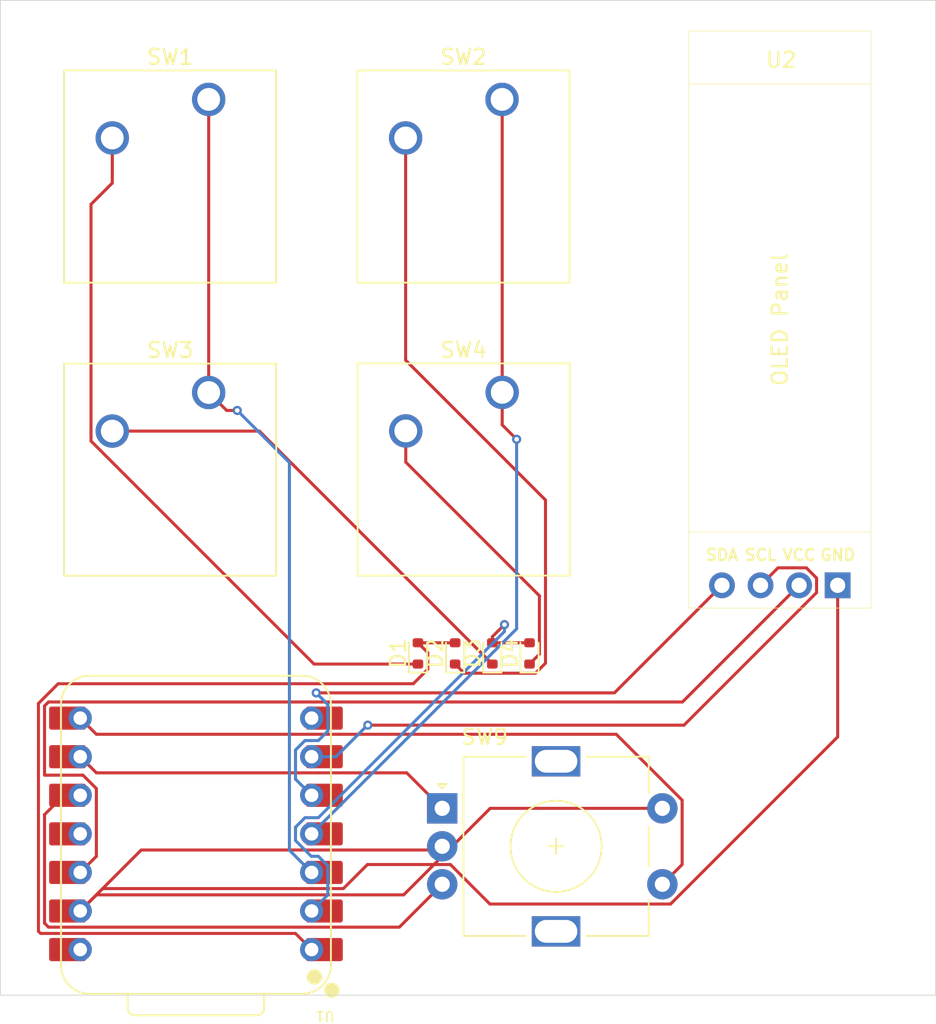
<source format=kicad_pcb>
(kicad_pcb (version 20241229) (generator "pcbnew") (generator_version "9.0")
  (layers (0 "F.Cu" signal) (2 "B.Cu" signal) (13 "F.Paste" user) (15 "B.Paste" user) (5 "F.SilkS" user "F.Silkscreen") (7 "B.SilkS" user "B.Silkscreen") (1 "F.Mask" user) (3 "B.Mask" user) (25 "Edge.Cuts" user))
  (net 0 "")
  (net 1 "Net-(D1-A)")
  (net 2 "Net-(D1-K)")
  (net 3 "Net-(D2-K)")
  (net 4 "Net-(D3-A)")
  (net 5 "Net-(D3-K)")
  (net 6 "Net-(D4-K)")
  (net 7 "Net-(U1-GPIO28{slash}ADC2{slash}A2)")
  (net 8 "Net-(U1-GPIO29{slash}ADC3{slash}A3)")
  (net 9 "Net-(U1-GPIO1{slash}RX)")
  (net 10 "Net-(U1-GPIO2{slash}SCK)")
  (net 11 "Net-(U1-GND)")
  (net 12 "Net-(U1-GPIO4{slash}MISO)")
  (net 13 "Net-(U1-GPIO6{slash}SDA)")
  (net 14 "Net-(U1-3V3)")
  (net 15 "Net-(U1-GPIO7{slash}SCL)")
  (footprint "Diode_SMD:D_SOD-523" (layer "F.Cu") (at 117 90.2 90)
    (property "Reference" "D1" (at 0 -1.3 90) (layer "F.SilkS"))
    (property "Value" "1N4148WT")
    (fp_line (start 0.7 -0.6) (end -1.26 -0.6) (stroke (width 0.12)) (layer "F.SilkS"))
    (fp_line (start -1.26 -0.6) (end -1.26 0.6) (stroke (width 0.12)) (layer "F.SilkS"))
    (fp_line (start 0.7 0.6) (end -1.26 0.6) (stroke (width 0.12)) (layer "F.SilkS"))
    (pad "1" smd roundrect (at -0.7 0 270) (size 0.6 0.7) (layers "F.Cu" "F.Mask" "F.Paste") (net 2 "Net-(D1-K)"))
    (pad "2" smd roundrect (at 0.7 0 270) (size 0.6 0.7) (layers "F.Cu" "F.Mask" "F.Paste") (net 1 "Net-(D1-A)"))
  )
  (footprint "Diode_SMD:D_SOD-523" (layer "F.Cu") (at 119.45 90.2 90)
    (property "Reference" "D2" (at 0 -1.3 90) (layer "F.SilkS"))
    (property "Value" "1N4148")
    (fp_line (start 0.7 -0.6) (end -1.26 -0.6) (stroke (width 0.12)) (layer "F.SilkS"))
    (fp_line (start -1.26 -0.6) (end -1.26 0.6) (stroke (width 0.12)) (layer "F.SilkS"))
    (fp_line (start 0.7 0.6) (end -1.26 0.6) (stroke (width 0.12)) (layer "F.SilkS"))
    (pad "1" smd roundrect (at -0.7 0 270) (size 0.6 0.7) (layers "F.Cu" "F.Mask" "F.Paste") (net 3 "Net-(D2-K)"))
    (pad "2" smd roundrect (at 0.7 0 270) (size 0.6 0.7) (layers "F.Cu" "F.Mask" "F.Paste") (net 1 "Net-(D1-A)"))
  )
  (footprint "Button_Switch_Keyboard:SW_Cherry_MX_1.00u_PCB" (layer "F.Cu") (at 103.22 53.72)
    (property "Reference" "SW1" (at -2.54 -2.794 0) (layer "F.SilkS"))
    (property "Value" "SW_Push")
    (fp_line (start -9.525 -1.905) (end 4.445 -1.905) (stroke (width 0.12)) (layer "F.SilkS"))
    (fp_line (start -9.525 12.065) (end -9.525 -1.905) (stroke (width 0.12)) (layer "F.SilkS"))
    (fp_line (start 4.445 -1.905) (end 4.445 12.065) (stroke (width 0.12)) (layer "F.SilkS"))
    (fp_line (start 4.445 12.065) (end -9.525 12.065) (stroke (width 0.12)) (layer "F.SilkS"))
    (pad "" np_thru_hole circle (at -7.62 5.08) (size 1.7 1.7) (drill 1.7) (layers "*.Cu" "*.Mask"))
    (pad "" np_thru_hole circle (at -2.54 5.08) (size 4 4) (drill 4) (layers "*.Cu" "*.Mask"))
    (pad "" np_thru_hole circle (at 2.54 5.08) (size 1.7 1.7) (drill 1.7) (layers "*.Cu" "*.Mask"))
    (pad "1" thru_hole circle (at 0 0) (size 2.2 2.2) (drill 1.5) (layers "*.Cu" "*.Mask") (net 7 "Net-(U1-GPIO28{slash}ADC2{slash}A2)"))
    (pad "2" thru_hole circle (at -6.35 2.54) (size 2.2 2.2) (drill 1.5) (layers "*.Cu" "*.Mask") (net 2 "Net-(D1-K)"))
  )
  (footprint "Button_Switch_Keyboard:SW_Cherry_MX_1.00u_PCB" (layer "F.Cu") (at 103.22 73.02)
    (property "Reference" "SW3" (at -2.54 -2.794 0) (layer "F.SilkS"))
    (property "Value" "SW_Push")
    (fp_line (start -9.525 -1.905) (end 4.445 -1.905) (stroke (width 0.12)) (layer "F.SilkS"))
    (fp_line (start -9.525 12.065) (end -9.525 -1.905) (stroke (width 0.12)) (layer "F.SilkS"))
    (fp_line (start 4.445 -1.905) (end 4.445 12.065) (stroke (width 0.12)) (layer "F.SilkS"))
    (fp_line (start 4.445 12.065) (end -9.525 12.065) (stroke (width 0.12)) (layer "F.SilkS"))
    (pad "" np_thru_hole circle (at -7.62 5.08) (size 1.7 1.7) (drill 1.7) (layers "*.Cu" "*.Mask"))
    (pad "" np_thru_hole circle (at -2.54 5.08) (size 4 4) (drill 4) (layers "*.Cu" "*.Mask"))
    (pad "" np_thru_hole circle (at 2.54 5.08) (size 1.7 1.7) (drill 1.7) (layers "*.Cu" "*.Mask"))
    (pad "1" thru_hole circle (at 0 0) (size 2.2 2.2) (drill 1.5) (layers "*.Cu" "*.Mask") (net 7 "Net-(U1-GPIO28{slash}ADC2{slash}A2)"))
    (pad "2" thru_hole circle (at -6.35 2.54) (size 2.2 2.2) (drill 1.5) (layers "*.Cu" "*.Mask") (net 5 "Net-(D3-K)"))
  )
  (footprint "Diode_SMD:D_SOD-523" (layer "F.Cu") (at 124.35 90.2 90)
    (property "Reference" "D4" (at 0 -1.3 90) (layer "F.SilkS"))
    (property "Value" "1N4148")
    (fp_line (start 0.7 -0.6) (end -1.26 -0.6) (stroke (width 0.12)) (layer "F.SilkS"))
    (fp_line (start -1.26 -0.6) (end -1.26 0.6) (stroke (width 0.12)) (layer "F.SilkS"))
    (fp_line (start 0.7 0.6) (end -1.26 0.6) (stroke (width 0.12)) (layer "F.SilkS"))
    (pad "1" smd roundrect (at -0.7 0 270) (size 0.6 0.7) (layers "F.Cu" "F.Mask" "F.Paste") (net 6 "Net-(D4-K)"))
    (pad "2" smd roundrect (at 0.7 0 270) (size 0.6 0.7) (layers "F.Cu" "F.Mask" "F.Paste") (net 4 "Net-(D3-A)"))
  )
  (footprint "Button_Switch_Keyboard:SW_Cherry_MX_1.00u_PCB" (layer "F.Cu") (at 122.55 73.01)
    (property "Reference" "SW4" (at -2.54 -2.794 0) (layer "F.SilkS"))
    (property "Value" "SW_Push")
    (fp_line (start -9.525 -1.905) (end 4.445 -1.905) (stroke (width 0.12)) (layer "F.SilkS"))
    (fp_line (start -9.525 12.065) (end -9.525 -1.905) (stroke (width 0.12)) (layer "F.SilkS"))
    (fp_line (start 4.445 -1.905) (end 4.445 12.065) (stroke (width 0.12)) (layer "F.SilkS"))
    (fp_line (start 4.445 12.065) (end -9.525 12.065) (stroke (width 0.12)) (layer "F.SilkS"))
    (pad "" np_thru_hole circle (at -7.62 5.08) (size 1.7 1.7) (drill 1.7) (layers "*.Cu" "*.Mask"))
    (pad "" np_thru_hole circle (at -2.54 5.08) (size 4 4) (drill 4) (layers "*.Cu" "*.Mask"))
    (pad "" np_thru_hole circle (at 2.54 5.08) (size 1.7 1.7) (drill 1.7) (layers "*.Cu" "*.Mask"))
    (pad "1" thru_hole circle (at 0 0) (size 2.2 2.2) (drill 1.5) (layers "*.Cu" "*.Mask") (net 8 "Net-(U1-GPIO29{slash}ADC3{slash}A3)"))
    (pad "2" thru_hole circle (at -6.35 2.54) (size 2.2 2.2) (drill 1.5) (layers "*.Cu" "*.Mask") (net 6 "Net-(D4-K)"))
  )
  (footprint "Diode_SMD:D_SOD-523" (layer "F.Cu") (at 121.9 90.2 90)
    (property "Reference" "D3" (at 0 -1.3 90) (layer "F.SilkS"))
    (property "Value" "1N4148WT")
    (fp_line (start 0.7 -0.6) (end -1.26 -0.6) (stroke (width 0.12)) (layer "F.SilkS"))
    (fp_line (start -1.26 -0.6) (end -1.26 0.6) (stroke (width 0.12)) (layer "F.SilkS"))
    (fp_line (start 0.7 0.6) (end -1.26 0.6) (stroke (width 0.12)) (layer "F.SilkS"))
    (pad "1" smd roundrect (at -0.7 0 270) (size 0.6 0.7) (layers "F.Cu" "F.Mask" "F.Paste") (net 5 "Net-(D3-K)"))
    (pad "2" smd roundrect (at 0.7 0 270) (size 0.6 0.7) (layers "F.Cu" "F.Mask" "F.Paste") (net 4 "Net-(D3-A)"))
  )
  (footprint "Rotary_Encoder:RotaryEncoder_Alps_EC11E-Switch_Vertical_H20mm" (layer "F.Cu") (at 118.6 100.4)
    (property "Reference" "SW9" (at 2.8 -4.7 0) (layer "F.SilkS"))
    (property "Value" "RotaryEncoder_Switch")
    (fp_line (start -0.3 -1.6) (end 0.3 -1.6) (stroke (width 0.12)) (layer "F.SilkS"))
    (fp_line (start 0 -1.3) (end -0.3 -1.6) (stroke (width 0.12)) (layer "F.SilkS"))
    (fp_line (start 0.3 -1.6) (end 0 -1.3) (stroke (width 0.12)) (layer "F.SilkS"))
    (fp_line (start 1.4 -3.4) (end 1.4 8.4) (stroke (width 0.12)) (layer "F.SilkS"))
    (fp_line (start 5.5 -3.4) (end 1.4 -3.4) (stroke (width 0.12)) (layer "F.SilkS"))
    (fp_line (start 5.5 8.4) (end 1.4 8.4) (stroke (width 0.12)) (layer "F.SilkS"))
    (fp_line (start 7 2.5) (end 8 2.5) (stroke (width 0.12)) (layer "F.SilkS"))
    (fp_line (start 7.5 2) (end 7.5 3) (stroke (width 0.12)) (layer "F.SilkS"))
    (fp_line (start 9.5 -3.4) (end 13.6 -3.4) (stroke (width 0.12)) (layer "F.SilkS"))
    (fp_line (start 13.6 -3.4) (end 13.6 -1) (stroke (width 0.12)) (layer "F.SilkS"))
    (fp_line (start 13.6 1.2) (end 13.6 3.8) (stroke (width 0.12)) (layer "F.SilkS"))
    (fp_line (start 13.6 6) (end 13.6 8.4) (stroke (width 0.12)) (layer "F.SilkS"))
    (fp_line (start 13.6 8.4) (end 9.5 8.4) (stroke (width 0.12)) (layer "F.SilkS"))
    (fp_circle (center 7.5 2.5) (end 10.5 2.5) (stroke (width 0.12)) (fill no) (layer "F.SilkS"))
    (pad "A" thru_hole rect (at 0 0) (size 2 2) (drill 1) (layers "*.Cu" "*.Mask") (net 10 "Net-(U1-GPIO2{slash}SCK)"))
    (pad "B" thru_hole circle (at 0 5) (size 2 2) (drill 1) (layers "*.Cu" "*.Mask") (net 12 "Net-(U1-GPIO4{slash}MISO)"))
    (pad "C" thru_hole circle (at 0 2.5) (size 2 2) (drill 1) (layers "*.Cu" "*.Mask") (net 11 "Net-(U1-GND)"))
    (pad "MP" thru_hole rect (at 7.5 -3.1) (size 3.2 2) (drill oval 2.8 1.5) (layers "*.Cu" "*.Mask"))
    (pad "MP" thru_hole rect (at 7.5 8.1) (size 3.2 2) (drill oval 2.8 1.5) (layers "*.Cu" "*.Mask"))
    (pad "S1" thru_hole circle (at 14.5 5) (size 2 2) (drill 1) (layers "*.Cu" "*.Mask") (net 9 "Net-(U1-GPIO1{slash}RX)"))
    (pad "S2" thru_hole circle (at 14.5 0) (size 2 2) (drill 1) (layers "*.Cu" "*.Mask") (net 11 "Net-(U1-GND)"))
  )
  (footprint "OLED:SSD1306-0.91-OLED-4pin-128x32" (layer "F.Cu") (at 146.835 49.215 -90)
    (property "Reference" "U2" (at 1.9 5.91 0) (layer "F.SilkS"))
    (property "Value" "~")
    (fp_line (start 0 12) (end 38 12) (stroke (width 0.04)) (layer "F.SilkS"))
    (fp_line (start 38 12) (end 38 0) (stroke (width 0.04)) (layer "F.SilkS"))
    (fp_line (start 0 0) (end 0 12) (stroke (width 0.04)) (layer "F.SilkS"))
    (fp_line (start 3.5 0) (end 3.5 12) (stroke (width 0.04)) (layer "F.SilkS"))
    (fp_line (start 33 0) (end 33 12) (stroke (width 0.04)) (layer "F.SilkS"))
    (fp_line (start 38 0) (end 0 0) (stroke (width 0.04)) (layer "F.SilkS"))
    (fp_text user "GND" (at 34.5 2.19 0) (layer "F.SilkS") (effects (font (size 0.75 0.75))))
    (fp_text user "SDA" (at 34.5 9.81 0) (layer "F.SilkS") (effects (font (size 0.75 0.75))))
    (fp_text user "OLED Panel" (at 19 6 90) (layer "F.SilkS"))
    (fp_text user "SCL" (at 34.5 7.27 0) (layer "F.SilkS") (effects (font (size 0.75 0.75))))
    (fp_text user "VCC" (at 34.5 4.73 0) (layer "F.SilkS") (effects (font (size 0.75 0.75))))
    (pad "1" thru_hole rect (at 36.5 2.19 270) (size 1.7 1.7) (drill 1) (layers "*.Cu" "*.Mask") (net 11 "Net-(U1-GND)"))
    (pad "2" thru_hole oval (at 36.5 4.73 270) (size 1.7 1.7) (drill 1) (layers "*.Cu" "*.Mask") (net 14 "Net-(U1-3V3)"))
    (pad "3" thru_hole oval (at 36.5 7.27 270) (size 1.7 1.7) (drill 1) (layers "*.Cu" "*.Mask") (net 15 "Net-(U1-GPIO7{slash}SCL)"))
    (pad "4" thru_hole oval (at 36.5 9.81 270) (size 1.7 1.7) (drill 1) (layers "*.Cu" "*.Mask") (net 13 "Net-(U1-GPIO6{slash}SDA)"))
  )
  (footprint "Button_Switch_Keyboard:SW_Cherry_MX_1.00u_PCB" (layer "F.Cu") (at 122.54 53.72)
    (property "Reference" "SW2" (at -2.54 -2.794 0) (layer "F.SilkS"))
    (property "Value" "SW_Push")
    (fp_line (start -9.525 -1.905) (end 4.445 -1.905) (stroke (width 0.12)) (layer "F.SilkS"))
    (fp_line (start -9.525 12.065) (end -9.525 -1.905) (stroke (width 0.12)) (layer "F.SilkS"))
    (fp_line (start 4.445 -1.905) (end 4.445 12.065) (stroke (width 0.12)) (layer "F.SilkS"))
    (fp_line (start 4.445 12.065) (end -9.525 12.065) (stroke (width 0.12)) (layer "F.SilkS"))
    (pad "" np_thru_hole circle (at -7.62 5.08) (size 1.7 1.7) (drill 1.7) (layers "*.Cu" "*.Mask"))
    (pad "" np_thru_hole circle (at -2.54 5.08) (size 4 4) (drill 4) (layers "*.Cu" "*.Mask"))
    (pad "" np_thru_hole circle (at 2.54 5.08) (size 1.7 1.7) (drill 1.7) (layers "*.Cu" "*.Mask"))
    (pad "1" thru_hole circle (at 0 0) (size 2.2 2.2) (drill 1.5) (layers "*.Cu" "*.Mask") (net 8 "Net-(U1-GPIO29{slash}ADC3{slash}A3)"))
    (pad "2" thru_hole circle (at -6.35 2.54) (size 2.2 2.2) (drill 1.5) (layers "*.Cu" "*.Mask") (net 3 "Net-(D2-K)"))
  )
  (footprint "OPL:XIAO-RP2040-DIP" (layer "F.Cu") (at 102.38 102.08 180)
    (property "Reference" "U1" (at -8.5 -12 180) (layer "F.SilkS") (effects (font (size 0.635 0.635) (thickness 0.1016))))
    (property "Value" "XIAO-RP2040-DIP")
    (fp_line (start 8.89 8.509) (end 8.89 -8.636) (stroke (width 0.127)) (layer "F.SilkS"))
    (fp_line (start 6.985 -10.541) (end -6.985 -10.541) (stroke (width 0.1)) (layer "F.SilkS"))
    (fp_line (start 6.985 -10.541) (end -6.985 -10.541) (stroke (width 0.127)) (layer "F.SilkS"))
    (fp_line (start 4.504 -11.451) (end 4.504 -10.541) (stroke (width 0.127)) (layer "F.SilkS"))
    (fp_line (start -3.991272 -11.951) (end 4.004 -11.951) (stroke (width 0.127)) (layer "F.SilkS"))
    (fp_line (start -4.495 -10.541) (end -4.491272 -11.451272) (stroke (width 0.127)) (layer "F.SilkS"))
    (fp_line (start -6.985 10.414) (end 6.985 10.414) (stroke (width 0.127)) (layer "F.SilkS"))
    (fp_line (start -8.89 8.509) (end -8.89 -8.636) (stroke (width 0.127)) (layer "F.SilkS"))
    (fp_arc (start 8.89 8.509) (mid 8.332038 9.856038) (end 6.985 10.414) (stroke (width 0.127)) (layer "F.SilkS"))
    (fp_arc (start 6.985 -10.541) (mid 8.332038 -9.983038) (end 8.89 -8.636) (stroke (width 0.127)) (layer "F.SilkS"))
    (fp_arc (start 4.004 -11.951) (mid 4.357553 -11.804553) (end 4.504 -11.451) (stroke (width 0.127)) (layer "F.SilkS"))
    (fp_arc (start -4.491272 -11.451272) (mid -4.344728 -11.80464) (end -3.991272 -11.951) (stroke (width 0.127)) (layer "F.SilkS"))
    (fp_arc (start -6.985 10.414) (mid -8.332038 9.856038) (end -8.89 8.509) (stroke (width 0.127)) (layer "F.SilkS"))
    (fp_arc (start -8.89 -8.636) (mid -8.332038 -9.983038) (end -6.985 -10.541) (stroke (width 0.127)) (layer "F.SilkS"))
    (fp_circle (center -7.807 -9.42) (end -7.807 -9.674) (stroke (width 0.5)) (fill yes) (layer "F.SilkS"))
    (fp_circle (center -8.95 -10.3) (end -8.95 -10.554) (stroke (width 0.5)) (fill yes) (layer "F.SilkS"))
    (pad "1" smd roundrect (at -8.455 -7.62) (size 2.432 1.524) (layers "F.Cu" "F.Mask") (roundrect_rratio 0.1) (net 1 "Net-(D1-A)"))
    (pad "1" thru_hole circle (at -7.62 -7.62) (size 1.524 1.524) (drill 0.889) (layers "*.Cu" "*.Mask") (net 1 "Net-(D1-A)"))
    (pad "2" smd roundrect (at -8.455 -5.08) (size 2.432 1.524) (layers "F.Cu" "F.Mask") (roundrect_rratio 0.1) (net 4 "Net-(D3-A)"))
    (pad "2" thru_hole circle (at -7.62 -5.08) (size 1.524 1.524) (drill 0.889) (layers "*.Cu" "*.Mask") (net 4 "Net-(D3-A)"))
    (pad "3" smd roundrect (at -8.455 -2.54) (size 2.432 1.524) (layers "F.Cu" "F.Mask") (roundrect_rratio 0.1) (net 7 "Net-(U1-GPIO28{slash}ADC2{slash}A2)"))
    (pad "3" thru_hole circle (at -7.62 -2.54) (size 1.524 1.524) (drill 0.889) (layers "*.Cu" "*.Mask") (net 7 "Net-(U1-GPIO28{slash}ADC2{slash}A2)"))
    (pad "4" smd roundrect (at -8.455 0) (size 2.432 1.524) (layers "F.Cu" "F.Mask") (roundrect_rratio 0.1) (net 8 "Net-(U1-GPIO29{slash}ADC3{slash}A3)"))
    (pad "4" thru_hole circle (at -7.62 0) (size 1.524 1.524) (drill 0.889) (layers "*.Cu" "*.Mask") (net 8 "Net-(U1-GPIO29{slash}ADC3{slash}A3)"))
    (pad "5" smd roundrect (at -8.455 2.54) (size 2.432 1.524) (layers "F.Cu" "F.Mask") (roundrect_rratio 0.1) (net 13 "Net-(U1-GPIO6{slash}SDA)"))
    (pad "5" thru_hole circle (at -7.62 2.54) (size 1.524 1.524) (drill 0.889) (layers "*.Cu" "*.Mask") (net 13 "Net-(U1-GPIO6{slash}SDA)"))
    (pad "6" smd roundrect (at -8.455 5.08) (size 2.432 1.524) (layers "F.Cu" "F.Mask") (roundrect_rratio 0.1) (net 15 "Net-(U1-GPIO7{slash}SCL)"))
    (pad "6" thru_hole circle (at -7.62 5.08) (size 1.524 1.524) (drill 0.889) (layers "*.Cu" "*.Mask") (net 15 "Net-(U1-GPIO7{slash}SCL)"))
    (pad "7" smd roundrect (at -8.455 7.62) (size 2.432 1.524) (layers "F.Cu" "F.Mask") (roundrect_rratio 0.1))
    (pad "7" thru_hole circle (at -7.62 7.62) (size 1.524 1.524) (drill 0.889) (layers "*.Cu" "*.Mask"))
    (pad "8" thru_hole circle (at 7.62 7.62 180) (size 1.524 1.524) (drill 0.889) (layers "*.Cu" "*.Mask") (net 9 "Net-(U1-GPIO1{slash}RX)"))
    (pad "8" smd roundrect (at 8.455 7.62 180) (size 2.432 1.524) (layers "F.Cu" "F.Mask") (roundrect_rratio 0.1) (net 9 "Net-(U1-GPIO1{slash}RX)"))
    (pad "9" thru_hole circle (at 7.62 5.08 180) (size 1.524 1.524) (drill 0.889) (layers "*.Cu" "*.Mask") (net 10 "Net-(U1-GPIO2{slash}SCK)"))
    (pad "9" smd roundrect (at 8.455 5.08 180) (size 2.432 1.524) (layers "F.Cu" "F.Mask") (roundrect_rratio 0.1) (net 10 "Net-(U1-GPIO2{slash}SCK)"))
    (pad "10" thru_hole circle (at 7.62 2.54 180) (size 1.524 1.524) (drill 0.889) (layers "*.Cu" "*.Mask") (net 12 "Net-(U1-GPIO4{slash}MISO)"))
    (pad "10" smd roundrect (at 8.455 2.54 180) (size 2.432 1.524) (layers "F.Cu" "F.Mask") (roundrect_rratio 0.1) (net 12 "Net-(U1-GPIO4{slash}MISO)"))
    (pad "11" thru_hole circle (at 7.62 0 180) (size 1.524 1.524) (drill 0.889) (layers "*.Cu" "*.Mask"))
    (pad "11" smd roundrect (at 8.455 0 180) (size 2.432 1.524) (layers "F.Cu" "F.Mask") (roundrect_rratio 0.1))
    (pad "12" thru_hole circle (at 7.62 -2.54 180) (size 1.524 1.524) (drill 0.889) (layers "*.Cu" "*.Mask") (net 14 "Net-(U1-3V3)"))
    (pad "12" smd roundrect (at 8.455 -2.54 180) (size 2.432 1.524) (layers "F.Cu" "F.Mask") (roundrect_rratio 0.1) (net 14 "Net-(U1-3V3)"))
    (pad "13" thru_hole circle (at 7.62 -5.08 180) (size 1.524 1.524) (drill 0.889) (layers "*.Cu" "*.Mask") (net 11 "Net-(U1-GND)"))
    (pad "13" smd roundrect (at 8.455 -5.08 180) (size 2.432 1.524) (layers "F.Cu" "F.Mask") (roundrect_rratio 0.1) (net 11 "Net-(U1-GND)"))
    (pad "14" thru_hole circle (at 7.62 -7.62 180) (size 1.524 1.524) (drill 0.889) (layers "*.Cu" "*.Mask"))
    (pad "14" smd roundrect (at 8.455 -7.62 180) (size 2.432 1.524) (layers "F.Cu" "F.Mask") (roundrect_rratio 0.1))
  )
  (gr_rect (start 89.5 47.2) (end 151.1 112.7) (stroke (width 0.05)) (fill no) (layer "Edge.Cuts"))
  (segment (start 116.695968 92.196) (end 93.303274 92.196) (width 0.2) (layer "F.Cu") (net 1))
  (segment (start 117 89.5) (end 117.651 90.151) (width 0.2) (layer "F.Cu") (net 1))
  (segment (start 117.651 90.151) (end 117.651 91.240968) (width 0.2) (layer "F.Cu") (net 1))
  (segment (start 93.303274 92.196) (end 92.007 93.492274) (width 0.2) (layer "F.Cu") (net 1))
  (segment (start 92.007 93.492274) (end 92.007 108.497374) (width 0.2) (layer "F.Cu") (net 1))
  (segment (start 92.007 108.497374) (end 92.146626 108.637) (width 0.2) (layer "F.Cu") (net 1))
  (segment (start 117.651 91.240968) (end 116.695968 92.196) (width 0.2) (layer "F.Cu") (net 1))
  (segment (start 92.146626 108.637) (end 108.937 108.637) (width 0.2) (layer "F.Cu") (net 1))
  (segment (start 117 89.5) (end 119.45 89.5) (width 0.2) (layer "F.Cu") (net 1))
  (segment (start 108.937 108.637) (end 110 109.7) (width 0.2) (layer "F.Cu") (net 1))
  (segment (start 96.87 59.22847) (end 96.87 56.26) (width 0.2) (layer "F.Cu") (net 2))
  (segment (start 95.469 76.213816) (end 95.469 60.62947) (width 0.2) (layer "F.Cu") (net 2))
  (segment (start 117 90.9) (end 110.155184 90.9) (width 0.2) (layer "F.Cu") (net 2))
  (segment (start 110.155184 90.9) (end 95.469 76.213816) (width 0.2) (layer "F.Cu") (net 2))
  (segment (start 95.469 60.62947) (end 96.87 59.22847) (width 0.2) (layer "F.Cu") (net 2))
  (segment (start 116.19 70.88847) (end 116.19 56.26) (width 0.2) (layer "F.Cu") (net 3))
  (segment (start 119.45 90.9) (end 120.051 91.501) (width 0.2) (layer "F.Cu") (net 3))
  (segment (start 125.402 80.10047) (end 116.19 70.88847) (width 0.2) (layer "F.Cu") (net 3))
  (segment (start 124.740968 91.501) (end 125.402 90.839968) (width 0.2) (layer "F.Cu") (net 3))
  (segment (start 120.051 91.501) (end 124.740968 91.501) (width 0.2) (layer "F.Cu") (net 3))
  (segment (start 125.402 90.839968) (end 125.402 80.10047) (width 0.2) (layer "F.Cu") (net 3))
  (segment (start 121.9 89.5) (end 121.9 89.1) (width 0.2) (layer "F.Cu") (net 4))
  (segment (start 121.9 89.1) (end 122.7 88.3) (width 0.2) (layer "F.Cu") (net 4))
  (segment (start 121.9 89.5) (end 124.35 89.5) (width 0.2) (layer "F.Cu") (net 4))
  (via (at 122.7 88.3) (size 0.6) (drill 0.3) (layers "F.Cu" "B.Cu") (net 4))
  (segment (start 111.063 106.097) (end 110 107.16) (width 0.2) (layer "B.Cu") (net 4))
  (segment (start 122.7 88.3) (end 122.7 88.75731) (width 0.2) (layer "B.Cu") (net 4))
  (segment (start 108.937 102.52031) (end 109.97369 103.557) (width 0.2) (layer "B.Cu") (net 4))
  (segment (start 108.937 101.63969) (end 108.937 102.52031) (width 0.2) (layer "B.Cu") (net 4))
  (segment (start 111.063 104.17969) (end 111.063 106.097) (width 0.2) (layer "B.Cu") (net 4))
  (segment (start 110.44031 103.557) (end 111.063 104.17969) (width 0.2) (layer "B.Cu") (net 4))
  (segment (start 122.7 88.75731) (end 110.44031 101.017) (width 0.2) (layer "B.Cu") (net 4))
  (segment (start 109.97369 103.557) (end 110.44031 103.557) (width 0.2) (layer "B.Cu") (net 4))
  (segment (start 109.55969 101.017) (end 108.937 101.63969) (width 0.2) (layer "B.Cu") (net 4))
  (segment (start 110.44031 101.017) (end 109.55969 101.017) (width 0.2) (layer "B.Cu") (net 4))
  (segment (start 106.56 75.56) (end 96.87 75.56) (width 0.2) (layer "F.Cu") (net 5))
  (segment (start 121.9 90.9) (end 106.56 75.56) (width 0.2) (layer "F.Cu") (net 5))
  (segment (start 125.001 86.405816) (end 116.2 77.604816) (width 0.2) (layer "F.Cu") (net 6))
  (segment (start 116.2 77.604816) (end 116.2 75.55) (width 0.2) (layer "F.Cu") (net 6))
  (segment (start 124.35 90.9) (end 125.001 90.249) (width 0.2) (layer "F.Cu") (net 6))
  (segment (start 125.001 90.249) (end 125.001 86.405816) (width 0.2) (layer "F.Cu") (net 6))
  (segment (start 103.22 73.02) (end 104.4 74.2) (width 0.2) (layer "F.Cu") (net 7))
  (segment (start 104.4 74.2) (end 105.1 74.2) (width 0.2) (layer "F.Cu") (net 7))
  (segment (start 103.22 73.02) (end 103.22 53.72) (width 0.2) (layer "F.Cu") (net 7))
  (via (at 105.1 74.2) (size 0.6) (drill 0.3) (layers "F.Cu" "B.Cu") (net 7))
  (segment (start 108.536 103.156) (end 110 104.62) (width 0.2) (layer "B.Cu") (net 7))
  (segment (start 105.1 74.2) (end 108.536 77.636) (width 0.2) (layer "B.Cu") (net 7))
  (segment (start 108.536 77.636) (end 108.536 103.156) (width 0.2) (layer "B.Cu") (net 7))
  (segment (start 122.55 73.01) (end 122.55 53.73) (width 0.2) (layer "F.Cu") (net 8))
  (segment (start 122.55 53.73) (end 122.54 53.72) (width 0.2) (layer "F.Cu") (net 8))
  (segment (start 122.55 73.01) (end 122.55 75.15) (width 0.2) (layer "F.Cu") (net 8))
  (segment (start 122.55 75.15) (end 123.5 76.1) (width 0.2) (layer "F.Cu") (net 8))
  (via (at 123.5 76.1) (size 0.6) (drill 0.3) (layers "F.Cu" "B.Cu") (net 8))
  (segment (start 123.5 76.1) (end 123.5 88.58) (width 0.2) (layer "B.Cu") (net 8))
  (segment (start 123.5 88.58) (end 110 102.08) (width 0.2) (layer "B.Cu") (net 8))
  (segment (start 134.401 99.861108) (end 130.062892 95.523) (width 0.2) (layer "F.Cu") (net 9))
  (segment (start 134.401 104.099) (end 134.401 99.861108) (width 0.2) (layer "F.Cu") (net 9))
  (segment (start 95.823 95.523) (end 94.76 94.46) (width 0.2) (layer "F.Cu") (net 9))
  (segment (start 133.1 105.4) (end 134.401 104.099) (width 0.2) (layer "F.Cu") (net 9))
  (segment (start 130.062892 95.523) (end 95.823 95.523) (width 0.2) (layer "F.Cu") (net 9))
  (segment (start 118.6 100.4) (end 116.263 98.063) (width 0.2) (layer "F.Cu") (net 10))
  (segment (start 116.263 98.063) (end 95.823 98.063) (width 0.2) (layer "F.Cu") (net 10))
  (segment (start 95.823 98.063) (end 94.76 97) (width 0.2) (layer "F.Cu") (net 10))
  (segment (start 133.638892 106.701) (end 121.740892 106.701) (width 0.2) (layer "F.Cu") (net 11))
  (segment (start 112.090626 105.683) (end 96.237 105.683) (width 0.2) (layer "F.Cu") (net 11))
  (segment (start 119.138892 104.099) (end 113.674626 104.099) (width 0.2) (layer "F.Cu") (net 11))
  (segment (start 121.740892 106.701) (end 119.138892 104.099) (width 0.2) (layer "F.Cu") (net 11))
  (segment (start 95.823 106.097) (end 94.76 107.16) (width 0.2) (layer "F.Cu") (net 11))
  (segment (start 96.237 105.683) (end 94.76 107.16) (width 0.2) (layer "F.Cu") (net 11))
  (segment (start 116.063108 106.097) (end 95.823 106.097) (width 0.2) (layer "F.Cu") (net 11))
  (segment (start 144.645 95.694892) (end 133.638892 106.701) (width 0.2) (layer "F.Cu") (net 11))
  (segment (start 133.1 100.4) (end 121.760108 100.4) (width 0.2) (layer "F.Cu") (net 11))
  (segment (start 113.674626 104.099) (end 112.090626 105.683) (width 0.2) (layer "F.Cu") (net 11))
  (segment (start 121.760108 100.4) (end 116.063108 106.097) (width 0.2) (layer "F.Cu") (net 11))
  (segment (start 98.777 103.143) (end 94.76 107.16) (width 0.2) (layer "F.Cu") (net 11))
  (segment (start 144.645 85.715) (end 144.645 95.694892) (width 0.2) (layer "F.Cu") (net 11))
  (segment (start 118.357 103.143) (end 98.777 103.143) (width 0.2) (layer "F.Cu") (net 11))
  (segment (start 118.6 102.9) (end 118.357 103.143) (width 0.2) (layer "F.Cu") (net 11))
  (segment (start 92.408 107.961626) (end 92.408 100.81437) (width 0.2) (layer "F.Cu") (net 12))
  (segment (start 92.408 100.81437) (end 93.68237 99.54) (width 0.2) (layer "F.Cu") (net 12))
  (segment (start 92.669374 108.223) (end 92.408 107.961626) (width 0.2) (layer "F.Cu") (net 12))
  (segment (start 118.6 105.4) (end 115.777 108.223) (width 0.2) (layer "F.Cu") (net 12))
  (segment (start 93.68237 99.54) (end 94.76 99.54) (width 0.2) (layer "F.Cu") (net 12))
  (segment (start 115.777 108.223) (end 92.669374 108.223) (width 0.2) (layer "F.Cu") (net 12))
  (segment (start 129.943 92.797) (end 110.3 92.797) (width 0.2) (layer "F.Cu") (net 13))
  (segment (start 137.025 85.715) (end 129.943 92.797) (width 0.2) (layer "F.Cu") (net 13))
  (via (at 110.3 92.797) (size 0.6) (drill 0.3) (layers "F.Cu" "B.Cu") (net 13))
  (segment (start 109.55969 95.937) (end 108.937 96.55969) (width 0.2) (layer "B.Cu") (net 13))
  (segment (start 108.937 96.55969) (end 108.937 98.477) (width 0.2) (layer "B.Cu") (net 13))
  (segment (start 110.3 92.797) (end 111.063 93.56) (width 0.2) (layer "B.Cu") (net 13))
  (segment (start 111.063 93.56) (end 111.063 95.31431) (width 0.2) (layer "B.Cu") (net 13))
  (segment (start 108.937 98.477) (end 110 99.54) (width 0.2) (layer "B.Cu") (net 13))
  (segment (start 110.44031 95.937) (end 109.55969 95.937) (width 0.2) (layer "B.Cu") (net 13))
  (segment (start 111.063 95.31431) (end 110.44031 95.937) (width 0.2) (layer "B.Cu") (net 13))
  (segment (start 134.423 93.397) (end 92.669374 93.397) (width 0.2) (layer "F.Cu") (net 14))
  (segment (start 92.669374 93.397) (end 92.408 93.658374) (width 0.2) (layer "F.Cu") (net 14))
  (segment (start 95.823 99.09969) (end 95.823 103.557) (width 0.2) (layer "F.Cu") (net 14))
  (segment (start 94.938936 98.215626) (end 95.823 99.09969) (width 0.2) (layer "F.Cu") (net 14))
  (segment (start 142.105 85.715) (end 134.423 93.397) (width 0.2) (layer "F.Cu") (net 14))
  (segment (start 92.408 93.658374) (end 92.408 98.215626) (width 0.2) (layer "F.Cu") (net 14))
  (segment (start 92.408 98.215626) (end 94.938936 98.215626) (width 0.2) (layer "F.Cu") (net 14))
  (segment (start 95.823 103.557) (end 94.76 104.62) (width 0.2) (layer "F.Cu") (net 14))
  (segment (start 143.256 85.23824) (end 143.256 86.19176) (width 0.2) (layer "F.Cu") (net 15))
  (segment (start 142.58176 84.564) (end 143.256 85.23824) (width 0.2) (layer "F.Cu") (net 15))
  (segment (start 134.52476 94.923) (end 113.7 94.923) (width 0.2) (layer "F.Cu") (net 15))
  (segment (start 139.565 85.715) (end 140.716 84.564) (width 0.2) (layer "F.Cu") (net 15))
  (segment (start 140.716 84.564) (end 142.58176 84.564) (width 0.2) (layer "F.Cu") (net 15))
  (segment (start 143.256 86.19176) (end 134.52476 94.923) (width 0.2) (layer "F.Cu") (net 15))
  (via (at 113.7 94.923) (size 0.6) (drill 0.3) (layers "F.Cu" "B.Cu") (net 15))
  (segment (start 113.677 94.923) (end 111.6 97) (width 0.2) (layer "B.Cu") (net 15))
  (segment (start 111.6 97) (end 110 97) (width 0.2) (layer "B.Cu") (net 15))
  (segment (start 113.7 94.923) (end 113.677 94.923) (width 0.2) (layer "B.Cu") (net 15))
)
</source>
